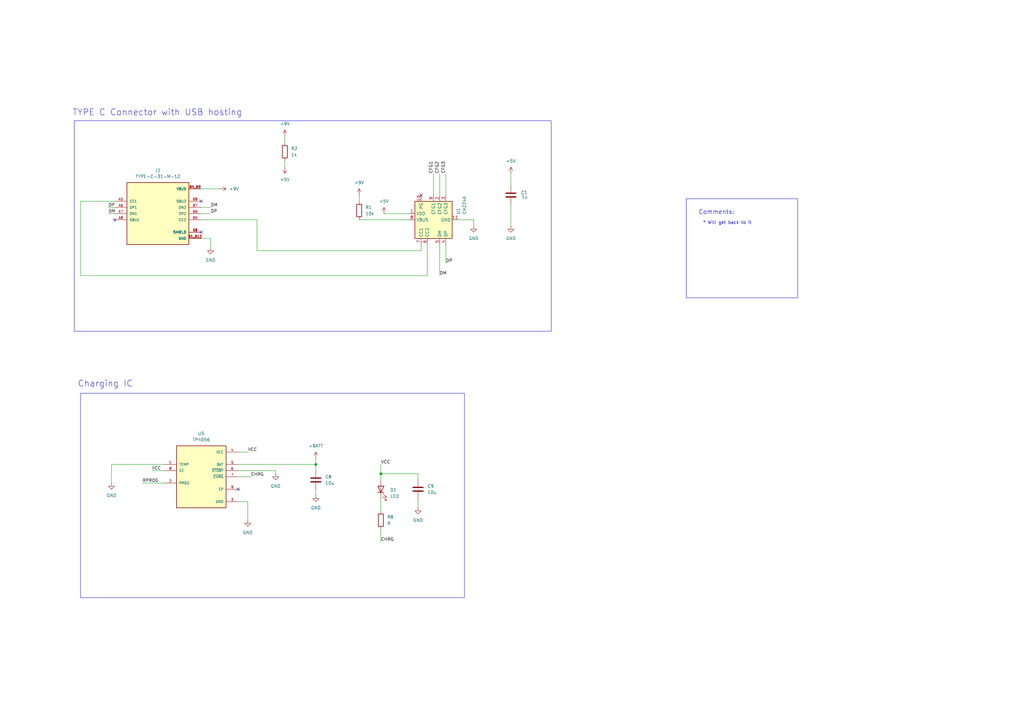
<source format=kicad_sch>
(kicad_sch (version 20231120) (generator "eeschema") (generator_version "8.0")
  (paper "A3")
  (title_block (title "Power Module") (date "2025-03-23") (rev "1") (company "University Of Cape Town") (comment 4 "Author: Khanzi Olwethu[KHNOLW003], Athenkosi Khonzani[KHNATH002]"))
  (lib_symbols
    (symbol "Device:C" (pin_numbers hide) (pin_names (offset 0.254))
      (property "Reference" "C" (at 0.635 2.54 0))
      (property "Value" "C" (at 0.635 -2.54 0))
      (symbol "C_0_1"
        (polyline (pts (xy -2.032 -0.762) (xy 2.032 -0.762)) (stroke (width 0.508)))
        (polyline (pts (xy -2.032 0.762) (xy 2.032 0.762)) (stroke (width 0.508)))
      )
      (symbol "C_1_1"
        (pin passive line (at 0 3.81 270) (length 2.794) (name "~") (number "1"))
        (pin passive line (at 0 -3.81 90) (length 2.794) (name "~") (number "2"))
      )
    )
    (symbol "Device:LED" (pin_numbers hide) (pin_names (offset 1.016) hide)
      (property "Reference" "D" (at 0 2.54 0))
      (property "Value" "LED" (at 0 -2.54 0))
      (symbol "LED_0_1"
        (polyline (pts (xy -1.27 -1.27) (xy -1.27 1.27)) (stroke (width 0.254)))
        (polyline (pts (xy -1.27 0) (xy 1.27 0)))
        (polyline (pts (xy 1.27 -1.27) (xy 1.27 1.27) (xy -1.27 0) (xy 1.27 -1.27)) (stroke (width 0.254)))
        (polyline (pts (xy -3.048 -0.762) (xy -4.572 -2.286) (xy -3.81 -2.286) (xy -4.572 -2.286) (xy -4.572 -1.524)))
        (polyline (pts (xy -1.778 -0.762) (xy -3.302 -2.286) (xy -2.54 -2.286) (xy -3.302 -2.286) (xy -3.302 -1.524)))
      )
      (symbol "LED_1_1"
        (pin passive line (at -3.81 0 0) (length 2.54) (name "K") (number "1"))
        (pin passive line (at 3.81 0 180) (length 2.54) (name "A") (number "2"))
      )
    )
    (symbol "Device:R" (pin_numbers hide) (pin_names (offset 0))
      (property "Reference" "R" (at 2.032 0 90))
      (property "Value" "R" (at 0 0 90))
      (symbol "R_0_1"
        (rectangle (start -1.016 -2.54) (end 1.016 2.54) (stroke (width 0.254)))
      )
      (symbol "R_1_1"
        (pin passive line (at 0 3.81 270) (length 1.27) (name "~") (number "1"))
        (pin passive line (at 0 -3.81 90) (length 1.27) (name "~") (number "2"))
      )
    )
    (symbol "Interface_USB:CH224K"
      (property "Reference" "U" (at -7.874 -8.89 0))
      (property "Value" "CH224K" (at 3.048 -8.89 0))
      (symbol "CH224K_1_1"
        (rectangle (start -7.62 7.62) (end 7.62 -7.62) (stroke (width 0.254)) (fill (type background)))
        (pin power_in line (at 2.54 10.16 270) (length 2.54) (name "VDD") (number "1"))
        (pin open_collector line (at 10.16 5.08 180) (length 2.54) (name "PG") (number "10"))
        (pin power_in line (at 0 -10.16 90) (length 2.54) (name "GND") (number "11"))
        (pin passive line (at 10.16 -2.54 180) (length 2.54) (name "CFG2") (number "2"))
        (pin passive line (at 10.16 -5.08 180) (length 2.54) (name "CFG3") (number "3"))
        (pin bidirectional line (at -10.16 -5.08 0) (length 2.54) (name "DP") (number "4"))
        (pin bidirectional line (at -10.16 -2.54 0) (length 2.54) (name "DM") (number "5"))
        (pin bidirectional line (at -10.16 2.54 0) (length 2.54) (name "CC2") (number "6"))
        (pin bidirectional line (at -10.16 5.08 0) (length 2.54) (name "CC1") (number "7"))
        (pin passive line (at 0 10.16 270) (length 2.54) (name "VBUS") (number "8"))
        (pin passive line (at 10.16 0 180) (length 2.54) (name "CFG1") (number "9"))
      )
    )
    (symbol "TP4056:TP4056" (pin_names (offset 1.016))
      (property "Reference" "U" (at -10.16 13.208 0))
      (property "Value" "TP4056" (at -10.16 -15.24 0))
      (symbol "TP4056_0_0"
        (rectangle (start -10.16 -12.7) (end 10.16 12.7) (stroke (width 0.254)) (fill (type background)))
        (pin input line (at -15.24 5.08 0) (length 5.08) (name "TEMP") (number "1"))
        (pin bidirectional line (at -15.24 -2.54 0) (length 5.08) (name "PROG") (number "2"))
        (pin power_in line (at 15.24 -10.16 180) (length 5.08) (name "GND") (number "3"))
        (pin power_in line (at 15.24 10.16 180) (length 5.08) (name "VCC") (number "4"))
        (pin output line (at 15.24 5.08 180) (length 5.08) (name "BAT") (number "5"))
        (pin output line (at 15.24 2.54 180) (length 5.08) (name "~{STDBY}") (number "6"))
        (pin output line (at 15.24 0 180) (length 5.08) (name "~{CHRG}") (number "7"))
        (pin input line (at -15.24 2.54 0) (length 5.08) (name "CE") (number "8"))
        (pin passive line (at 15.24 -5.08 180) (length 5.08) (name "EP") (number "9"))
      )
    )
    (symbol "TYPE-C-31-M-12:TYPE-C-31-M-12" (pin_names (offset 1.016))
      (property "Reference" "J" (at -12.7 13.462 0))
      (property "Value" "TYPE-C-31-M-12" (at -12.7 -13.462 0))
      (symbol "TYPE-C-31-M-12_0_0"
        (rectangle (start -12.7 -12.7) (end 12.7 12.7) (stroke (width 0.254)) (fill (type background)))
        (pin power_in line (at 17.78 -10.16 180) (length 5.08) (name "GND") (number "A1_B12"))
        (pin power_in line (at 17.78 10.16 180) (length 5.08) (name "VBUS") (number "A4_B9"))
        (pin bidirectional line (at -17.78 5.08 0) (length 5.08) (name "CC1") (number "A5"))
        (pin bidirectional line (at -17.78 2.54 0) (length 5.08) (name "DP1") (number "A6"))
        (pin bidirectional line (at -17.78 0 0) (length 5.08) (name "DN1") (number "A7"))
        (pin bidirectional line (at -17.78 -2.54 0) (length 5.08) (name "SBU1") (number "A8"))
        (pin power_in line (at 17.78 -10.16 180) (length 5.08) (name "GND") (number "B1_A12"))
        (pin power_in line (at 17.78 10.16 180) (length 5.08) (name "VBUS") (number "B4_A9"))
        (pin bidirectional line (at 17.78 -2.54 180) (length 5.08) (name "CC2") (number "B5"))
        (pin bidirectional line (at 17.78 0 180) (length 5.08) (name "DP2") (number "B6"))
        (pin bidirectional line (at 17.78 2.54 180) (length 5.08) (name "DN2") (number "B7"))
        (pin bidirectional line (at 17.78 5.08 180) (length 5.08) (name "SBU2") (number "B8"))
        (pin passive line (at 17.78 -7.62 180) (length 5.08) (name "SHIELD") (number "S1"))
        (pin passive line (at 17.78 -7.62 180) (length 5.08) (name "SHIELD") (number "S2"))
        (pin passive line (at 17.78 -7.62 180) (length 5.08) (name "SHIELD") (number "S3"))
        (pin passive line (at 17.78 -7.62 180) (length 5.08) (name "SHIELD") (number "S4"))
      )
    )
    (symbol "power:+5V" (power) (pin_numbers hide) (pin_names (offset 0) hide)
      (property "Value" "+5V" (at 0 3.556 0))
      (symbol "+5V_0_1"
        (polyline (pts (xy -0.762 1.27) (xy 0 2.54)))
        (polyline (pts (xy 0 0) (xy 0 2.54)))
        (polyline (pts (xy 0 2.54) (xy 0.762 1.27)))
      )
      (symbol "+5V_1_1"
        (pin power_in line (at 0 0 90) (length 0) (name "~") (number "1"))
      )
    )
    (symbol "power:+9V" (power) (pin_numbers hide) (pin_names (offset 0) hide)
      (property "Value" "+9V" (at 0 3.556 0))
      (symbol "+9V_0_1"
        (polyline (pts (xy -0.762 1.27) (xy 0 2.54)))
        (polyline (pts (xy 0 0) (xy 0 2.54)))
        (polyline (pts (xy 0 2.54) (xy 0.762 1.27)))
      )
      (symbol "+9V_1_1"
        (pin power_in line (at 0 0 90) (length 0) (name "~") (number "1"))
      )
    )
    (symbol "power:+BATT" (power) (pin_numbers hide) (pin_names (offset 0) hide)
      (property "Value" "+BATT" (at 0 3.556 0))
      (symbol "+BATT_0_1"
        (polyline (pts (xy -0.762 1.27) (xy 0 2.54)))
        (polyline (pts (xy 0 0) (xy 0 2.54)))
        (polyline (pts (xy 0 2.54) (xy 0.762 1.27)))
      )
      (symbol "+BATT_1_1"
        (pin power_in line (at 0 0 90) (length 0) (name "~") (number "1"))
      )
    )
    (symbol "power:GND" (power) (pin_numbers hide) (pin_names (offset 0) hide)
      (property "Value" "GND" (at 0 -3.81 0))
      (symbol "GND_0_1"
        (polyline (pts (xy 0 0) (xy 0 -1.27) (xy 1.27 -1.27) (xy 0 -2.54) (xy -1.27 -1.27) (xy 0 -1.27)))
      )
      (symbol "GND_1_1"
        (pin power_in line (at 0 0 270) (length 0) (name "~") (number "1"))
      )
    )
  )
  (junction (at 156.21 194.31))
  (junction (at 129.54 190.5))
  (no_connect (at 172.72 80.01))
  (no_connect (at 82.55 95.25))
  (no_connect (at 46.99 90.17))
  (no_connect (at 97.79 200.66))
  (no_connect (at 82.55 82.55))
  (wire (pts (xy 175.26 113.03) (xy 175.26 100.33)))
  (wire (pts (xy 182.88 107.95) (xy 182.88 100.33)))
  (wire (pts (xy 187.96 90.17) (xy 194.31 90.17)))
  (wire (pts (xy 156.21 190.5) (xy 156.21 194.31)))
  (wire (pts (xy 67.31 190.5) (xy 45.72 190.5)))
  (wire (pts (xy 129.54 190.5) (xy 129.54 193.04)))
  (wire (pts (xy 97.79 193.04) (xy 113.03 193.04)))
  (wire (pts (xy 62.23 193.04) (xy 67.31 193.04)))
  (wire (pts (xy 97.79 190.5) (xy 129.54 190.5)))
  (wire (pts (xy 97.79 205.74) (xy 101.6 205.74)))
  (wire (pts (xy 171.45 204.47) (xy 171.45 208.28)))
  (wire (pts (xy 101.6 205.74) (xy 101.6 213.36)))
  (wire (pts (xy 156.21 194.31) (xy 171.45 194.31)))
  (wire (pts (xy 97.79 185.42) (xy 101.6 185.42)))
  (wire (pts (xy 102.87 195.58) (xy 97.79 195.58)))
  (wire (pts (xy 46.99 82.55) (xy 33.02 82.55)))
  (wire (pts (xy 33.02 82.55) (xy 33.02 113.03)))
  (wire (pts (xy 105.41 102.87) (xy 105.41 90.17)))
  (wire (pts (xy 44.45 85.09) (xy 46.99 85.09)))
  (wire (pts (xy 147.32 80.01) (xy 147.32 82.55)))
  (wire (pts (xy 157.48 87.63) (xy 167.64 87.63)))
  (wire (pts (xy 209.55 71.12) (xy 209.55 76.2)))
  (wire (pts (xy 86.36 87.63) (xy 82.55 87.63)))
  (wire (pts (xy 86.36 97.79) (xy 86.36 101.6)))
  (wire (pts (xy 33.02 113.03) (xy 175.26 113.03)))
  (wire (pts (xy 171.45 194.31) (xy 171.45 196.85)))
  (wire (pts (xy 147.32 90.17) (xy 167.64 90.17)))
  (wire (pts (xy 129.54 187.96) (xy 129.54 190.5)))
  (wire (pts (xy 180.34 80.01) (xy 180.34 71.12)))
  (wire (pts (xy 156.21 217.17) (xy 156.21 222.25)))
  (wire (pts (xy 172.72 100.33) (xy 172.72 102.87)))
  (wire (pts (xy 182.88 80.01) (xy 182.88 71.12)))
  (wire (pts (xy 113.03 193.04) (xy 113.03 194.31)))
  (wire (pts (xy 90.17 77.47) (xy 82.55 77.47)))
  (wire (pts (xy 116.84 66.04) (xy 116.84 68.58)))
  (wire (pts (xy 177.8 80.01) (xy 177.8 71.12)))
  (wire (pts (xy 172.72 102.87) (xy 105.41 102.87)))
  (wire (pts (xy 105.41 90.17) (xy 82.55 90.17)))
  (wire (pts (xy 194.31 90.17) (xy 194.31 92.71)))
  (wire (pts (xy 180.34 113.03) (xy 180.34 100.33)))
  (wire (pts (xy 156.21 194.31) (xy 156.21 196.85)))
  (wire (pts (xy 129.54 200.66) (xy 129.54 203.2)))
  (wire (pts (xy 156.21 204.47) (xy 156.21 209.55)))
  (wire (pts (xy 58.42 198.12) (xy 67.31 198.12)))
  (wire (pts (xy 209.55 83.82) (xy 209.55 92.71)))
  (wire (pts (xy 86.36 85.09) (xy 82.55 85.09)))
  (wire (pts (xy 116.84 55.88) (xy 116.84 58.42)))
  (wire (pts (xy 82.55 97.79) (xy 86.36 97.79)))
  (wire (pts (xy 45.72 190.5) (xy 45.72 198.12)))
  (wire (pts (xy 44.45 87.63) (xy 46.99 87.63)))
  (rectangle (start 33.02 161.29) (end 190.5 245.11))
  (rectangle (start 30.48 49.53) (end 226.06 135.89))
  (rectangle (start 281.432 81.534) (end 327.152 122.174))
  (text "Comments:" (at 293.878 87.122 0) (effects (font (size 1.778 1.778))))
  (text "Charging IC" (at 43.18 157.48 0) (effects (font (size 2.54 2.54))))
  (text "TYPE C Connector with USB hosting" (at 64.516 46.228 0) (effects (font (size 2.54 2.54))))
  (text "	* Will get back to it" (at 295.91 91.44 0) (effects (font (size 1.27 1.27))))
  (label "DP" (at 44.45 85.09 0))
  (label "CFG3" (at 182.88 71.12 90))
  (label "VCC" (at 62.23 193.04 0))
  (label "RPROG" (at 58.42 198.12 0))
  (label "DM" (at 180.34 113.03 0))
  (label "DP" (at 86.36 87.63 0))
  (label "CFG2" (at 180.34 71.12 90))
  (label "DM" (at 44.45 87.63 0))
  (label "CHRG" (at 102.87 195.58 0))
  (label "VCC" (at 101.6 185.42 0))
  (label "CHRG" (at 156.21 222.25 0))
  (label "VCC" (at 156.21 190.5 0))
  (label "DP" (at 182.88 107.95 0))
  (label "DM" (at 86.36 85.09 0))
  (label "CFG1" (at 177.8 71.12 90))
  (symbol (lib_id "power:+5V") (at 157.48 87.63 0) (unit 1)
    (property "Reference" "#PWR046" (effects (hide yes)))
    (property "Value" "+5V" (at 157.48 82.55 0))
    (property "Description" "Power symbol creates a global label with name \"+5V\"" (effects (hide yes)))
  )
  (symbol (lib_id "power:GND") (at 129.54 203.2 0) (unit 1)
    (property "Reference" "#PWR024" (effects (hide yes)))
    (property "Value" "GND" (at 129.54 208.28 0))
    (property "Description" "Power symbol creates a global label with name \"GND\" , ground" (effects (hide yes)))
  )
  (symbol (lib_id "Interface_USB:CH224K") (at 177.8 90.17 90) (unit 1)
    (property "Reference" "U1" (at 187.96 87.9759 0) (effects (justify left)))
    (property "Value" "CH224K" (at 190.5 87.9759 0) (effects (justify left)))
    (property "Footprint" "Package_SO:SSOP-10-1EP_3.9x4.9mm_P1mm_EP2.1x3.3mm" (effects (hide yes)))
    (property "Datasheet" "https://www.wch.cn/downloads/file/301.html" (effects (hide yes)))
    (property "Description" "100W USB Type-C PD3.0/2.0, BC1.2 Sink Controller, SSOP-10" (effects (hide yes)))
  )
  (symbol (lib_id "power:+9V") (at 90.17 77.47 270) (unit 1)
    (property "Reference" "#PWR050" (effects (hide yes)))
    (property "Value" "+9V" (at 93.98 77.4699 90) (effects (justify left)))
    (property "Description" "Power symbol creates a global label with name \"+9V\"" (effects (hide yes)))
  )
  (symbol (lib_id "power:GND") (at 101.6 213.36 0) (unit 1)
    (property "Reference" "#PWR021" (effects (hide yes)))
    (property "Value" "GND" (at 101.6 218.44 0))
    (property "Description" "Power symbol creates a global label with name \"GND\" , ground" (effects (hide yes)))
  )
  (symbol (lib_id "power:+9V") (at 147.32 80.01 0) (unit 1)
    (property "Reference" "#PWR051" (effects (hide yes)))
    (property "Value" "+9V" (at 147.32 74.93 0))
    (property "Description" "Power symbol creates a global label with name \"+9V\"" (effects (hide yes)))
  )
  (symbol (lib_id "Device:R") (at 116.84 62.23 0) (unit 1)
    (property "Reference" "R2" (at 119.38 60.9599 0) (effects (justify left)))
    (property "Value" "1k" (at 119.38 63.4999 0) (effects (justify left)))
    (property "Description" "Resistor" (effects (hide yes)))
  )
  (symbol (lib_id "TYPE-C-31-M-12:TYPE-C-31-M-12") (at 64.77 87.63 0) (unit 1)
    (property "Reference" "J1" (at 64.77 69.85 0))
    (property "Value" "TYPE-C-31-M-12" (at 64.77 72.39 0))
    (property "Footprint" "TYPE-C-31-M-12:HRO_TYPE-C-31-M-12" (effects (hide yes)))
    (property "MF" "HRO Electronics Co., Ltd." (effects (hide yes)))
    (property "MAXIMUM_PACKAGE_HEIGHT" "3.26 mm" (effects (hide yes)))
    (property "Package" "Package" (effects (hide yes)))
    (property "Price" "None" (effects (hide yes)))
    (property "Check_prices" "https://www.snapeda.com/parts/TYPE-C-31-M-12/HRO+Electronics+Co.%252C+Ltd./view-part/?ref=eda" (effects (hide yes)))
    (property "STANDARD" "Manufacturer Recommendations" (effects (hide yes)))
    (property "PARTREV" "2020.12.08" (effects (hide yes)))
    (property "SnapEDA_Link" "https://www.snapeda.com/parts/TYPE-C-31-M-12/HRO+Electronics+Co.%252C+Ltd./view-part/?ref=snap" (effects (hide yes)))
    (property "MP" "TYPE-C-31-M-12" (effects (hide yes)))
    (property "Description_1" "\n                        \n                            USB Connectors 24 Receptacle 1 8.94*7.3mm RoHS\n                        \n" (effects (hide yes)))
    (property "SNAPEDA_PN" "TYPE-C-31-M-12" (effects (hide yes)))
    (property "Availability" "Not in stock" (effects (hide yes)))
    (property "MANUFACTURER" "HRO Electronics Co., Ltd." (effects (hide yes)))
  )
  (symbol (lib_id "power:+BATT") (at 129.54 187.96 0) (unit 1)
    (property "Reference" "#PWR025" (effects (hide yes)))
    (property "Value" "+BATT" (at 129.54 182.88 0))
    (property "Description" "Power symbol creates a global label with name \"+BATT\"" (effects (hide yes)))
  )
  (symbol (lib_id "power:GND") (at 45.72 198.12 0) (unit 1)
    (property "Reference" "#PWR022" (effects (hide yes)))
    (property "Value" "GND" (at 45.72 203.2 0))
    (property "Description" "Power symbol creates a global label with name \"GND\" , ground" (effects (hide yes)))
  )
  (symbol (lib_id "power:GND") (at 86.36 101.6 0) (unit 1)
    (property "Reference" "#PWR07" (effects (hide yes)))
    (property "Value" "GND" (at 86.36 106.68 0))
    (property "Description" "Power symbol creates a global label with name \"GND\" , ground" (effects (hide yes)))
  )
  (symbol (lib_id "Device:R") (at 147.32 86.36 0) (unit 1)
    (property "Reference" "R1" (at 149.86 85.0899 0) (effects (justify left)))
    (property "Value" "10k" (at 149.86 87.6299 0) (effects (justify left)))
    (property "Description" "Resistor" (effects (hide yes)))
  )
  (symbol (lib_id "power:GND") (at 194.31 92.71 0) (unit 1)
    (property "Reference" "#PWR05" (effects (hide yes)))
    (property "Value" "GND" (at 194.31 97.79 0))
    (property "Description" "Power symbol creates a global label with name \"GND\" , ground" (effects (hide yes)))
  )
  (symbol (lib_id "power:+5V") (at 209.55 71.12 0) (unit 1)
    (property "Reference" "#PWR048" (effects (hide yes)))
    (property "Value" "+5V" (at 209.55 66.04 0))
    (property "Description" "Power symbol creates a global label with name \"+5V\"" (effects (hide yes)))
  )
  (symbol (lib_id "power:GND") (at 171.45 208.28 0) (unit 1)
    (property "Reference" "#PWR026" (effects (hide yes)))
    (property "Value" "GND" (at 171.45 213.36 0))
    (property "Description" "Power symbol creates a global label with name \"GND\" , ground" (effects (hide yes)))
  )
  (symbol (lib_id "TP4056:TP4056") (at 82.55 195.58 0) (unit 1)
    (property "Reference" "U5" (at 82.55 177.8 0))
    (property "Value" "TP4056" (at 82.55 180.34 0))
    (property "Footprint" "TP4056:SOP127P600X175-9N" (effects (hide yes)))
    (property "MF" "NanJing Top Power ASIC Corp." (effects (hide yes)))
    (property "MAXIMUM_PACKAGE_HEIGHT" "1.75mm" (effects (hide yes)))
    (property "Package" "Package" (effects (hide yes)))
    (property "Price" "None" (effects (hide yes)))
    (property "Check_prices" "https://www.snapeda.com/parts/TP4056/NanJing+Top+Power+ASIC+Corp./view-part/?ref=eda" (effects (hide yes)))
    (property "STANDARD" "IPC 7351B" (effects (hide yes)))
    (property "SnapEDA_Link" "https://www.snapeda.com/parts/TP4056/NanJing+Top+Power+ASIC+Corp./view-part/?ref=snap" (effects (hide yes)))
    (property "MP" "TP4056" (effects (hide yes)))
    (property "Description_1" "\n                        \n                            Complete single cell Li-Ion battery with a constant current / constant voltage linear charger\n                        \n" (effects (hide yes)))
    (property "Availability" "Not in stock" (effects (hide yes)))
    (property "MANUFACTURER" "NanJing Top Power ASIC Corp." (effects (hide yes)))
  )
  (symbol (lib_id "power:+5V") (at 116.84 68.58 180) (unit 1)
    (property "Reference" "#PWR047" (effects (hide yes)))
    (property "Value" "+5V" (at 116.84 73.66 0))
    (property "Description" "Power symbol creates a global label with name \"+5V\"" (effects (hide yes)))
  )
  (symbol (lib_id "power:GND") (at 113.03 194.31 0) (unit 1)
    (property "Reference" "#PWR023" (effects (hide yes)))
    (property "Value" "GND" (at 113.03 199.39 0))
    (property "Description" "Power symbol creates a global label with name \"GND\" , ground" (effects (hide yes)))
  )
  (symbol (lib_id "Device:C") (at 171.45 200.66 0) (unit 1)
    (property "Reference" "C9" (at 175.26 199.3899 0) (effects (justify left)))
    (property "Value" "10u" (at 175.26 201.9299 0) (effects (justify left)))
    (property "Description" "Unpolarized capacitor" (effects (hide yes)))
  )
  (symbol (lib_id "Device:C") (at 129.54 196.85 0) (unit 1)
    (property "Reference" "C8" (at 133.35 195.5799 0) (effects (justify left)))
    (property "Value" "10u" (at 133.35 198.1199 0) (effects (justify left)))
    (property "Description" "Unpolarized capacitor" (effects (hide yes)))
  )
  (symbol (lib_id "power:+9V") (at 116.84 55.88 0) (unit 1)
    (property "Reference" "#PWR049" (effects (hide yes)))
    (property "Value" "+9V" (at 116.84 50.8 0))
    (property "Description" "Power symbol creates a global label with name \"+9V\"" (effects (hide yes)))
  )
  (symbol (lib_id "Device:LED") (at 156.21 200.66 90) (unit 1)
    (property "Reference" "D1" (at 160.02 200.9774 90) (effects (justify right)))
    (property "Value" "LED" (at 160.02 203.5174 90) (effects (justify right)))
    (property "Description" "Light emitting diode" (effects (hide yes)))
  )
  (symbol (lib_id "Device:R") (at 156.21 213.36 0) (unit 1)
    (property "Reference" "R8" (at 158.75 212.0899 0) (effects (justify left)))
    (property "Value" "R" (at 158.75 214.6299 0) (effects (justify left)))
    (property "Description" "Resistor" (effects (hide yes)))
  )
  (symbol (lib_id "Device:C") (at 209.55 80.01 0) (unit 1)
    (property "Reference" "C1" (at 213.614 78.994 0) (effects (justify left)))
    (property "Value" "1u" (at 213.868 80.772 0) (effects (justify left)))
    (property "Description" "Unpolarized capacitor" (effects (hide yes)))
  )
  (symbol (lib_id "power:GND") (at 209.55 92.71 0) (unit 1)
    (property "Reference" "#PWR06" (effects (hide yes)))
    (property "Value" "GND" (at 209.55 97.79 0))
    (property "Description" "Power symbol creates a global label with name \"GND\" , ground" (effects (hide yes)))
  )
)
</source>
